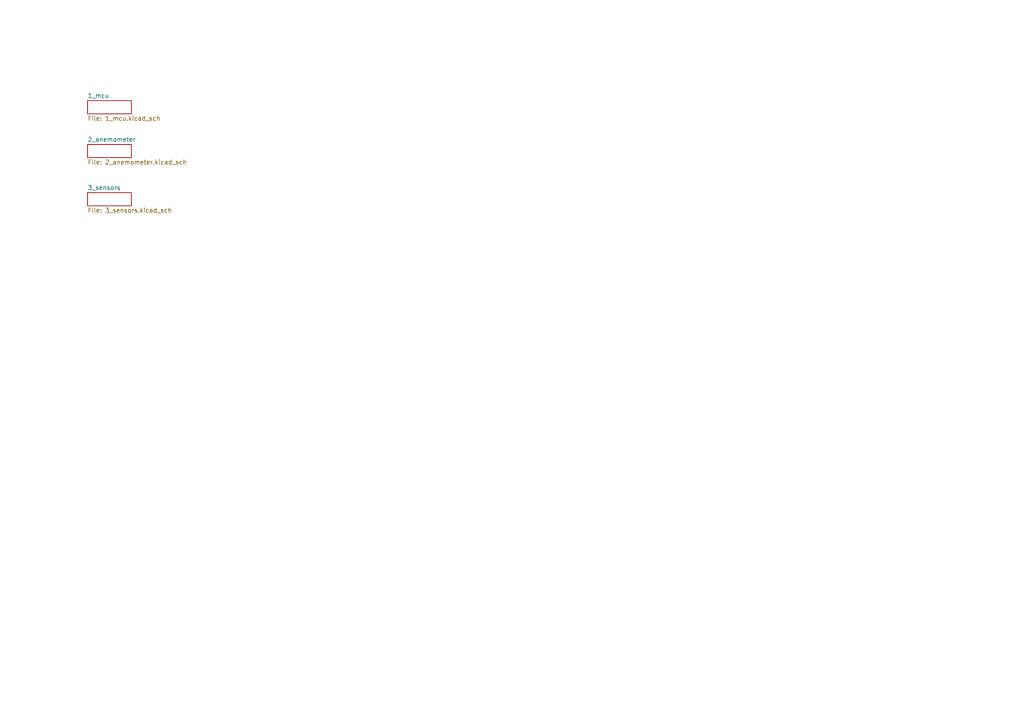
<source format=kicad_sch>
(kicad_sch
	(version 20250114)
	(generator "eeschema")
	(generator_version "9.0")
	(uuid "a30633bf-68dd-4888-88d6-d1ee9beba30f")
	(paper "A4")
	(lib_symbols)
	(sheet
		(at 25.4 41.91)
		(size 12.7 3.81)
		(exclude_from_sim no)
		(in_bom yes)
		(on_board yes)
		(dnp no)
		(fields_autoplaced yes)
		(stroke
			(width 0.1524)
			(type solid)
		)
		(fill
			(color 0 0 0 0.0000)
		)
		(uuid "c4162636-f9db-47cf-8544-d18e210c4d58")
		(property "Sheetname" "2_anemometer"
			(at 25.4 41.1984 0)
			(effects
				(font
					(size 1.27 1.27)
				)
				(justify left bottom)
			)
		)
		(property "Sheetfile" "2_anemometer.kicad_sch"
			(at 25.4 46.3046 0)
			(effects
				(font
					(size 1.27 1.27)
				)
				(justify left top)
			)
		)
		(instances
			(project "u_anemometer"
				(path "/a30633bf-68dd-4888-88d6-d1ee9beba30f"
					(page "3")
				)
			)
		)
	)
	(sheet
		(at 25.4 29.21)
		(size 12.7 3.81)
		(exclude_from_sim no)
		(in_bom yes)
		(on_board yes)
		(dnp no)
		(fields_autoplaced yes)
		(stroke
			(width 0.1524)
			(type solid)
		)
		(fill
			(color 0 0 0 0.0000)
		)
		(uuid "d8b5ed7a-2a3a-4cba-9ce3-8a59c7975a1d")
		(property "Sheetname" "1_mcu"
			(at 25.4 28.4984 0)
			(effects
				(font
					(size 1.27 1.27)
				)
				(justify left bottom)
			)
		)
		(property "Sheetfile" "1_mcu.kicad_sch"
			(at 25.4 33.6046 0)
			(effects
				(font
					(size 1.27 1.27)
				)
				(justify left top)
			)
		)
		(instances
			(project "u_anemometer"
				(path "/a30633bf-68dd-4888-88d6-d1ee9beba30f"
					(page "2")
				)
			)
		)
	)
	(sheet
		(at 25.4 55.88)
		(size 12.7 3.81)
		(exclude_from_sim no)
		(in_bom yes)
		(on_board yes)
		(dnp no)
		(fields_autoplaced yes)
		(stroke
			(width 0.1524)
			(type solid)
		)
		(fill
			(color 0 0 0 0.0000)
		)
		(uuid "e7b098b4-c9b7-4adf-a868-06518e67c458")
		(property "Sheetname" "3_sensors"
			(at 25.4 55.1684 0)
			(effects
				(font
					(size 1.27 1.27)
				)
				(justify left bottom)
			)
		)
		(property "Sheetfile" "3_sensors.kicad_sch"
			(at 25.4 60.2746 0)
			(effects
				(font
					(size 1.27 1.27)
				)
				(justify left top)
			)
		)
		(instances
			(project "u_anemometer"
				(path "/a30633bf-68dd-4888-88d6-d1ee9beba30f"
					(page "4")
				)
			)
		)
	)
	(sheet_instances
		(path "/"
			(page "1")
		)
	)
	(embedded_fonts no)
)

</source>
